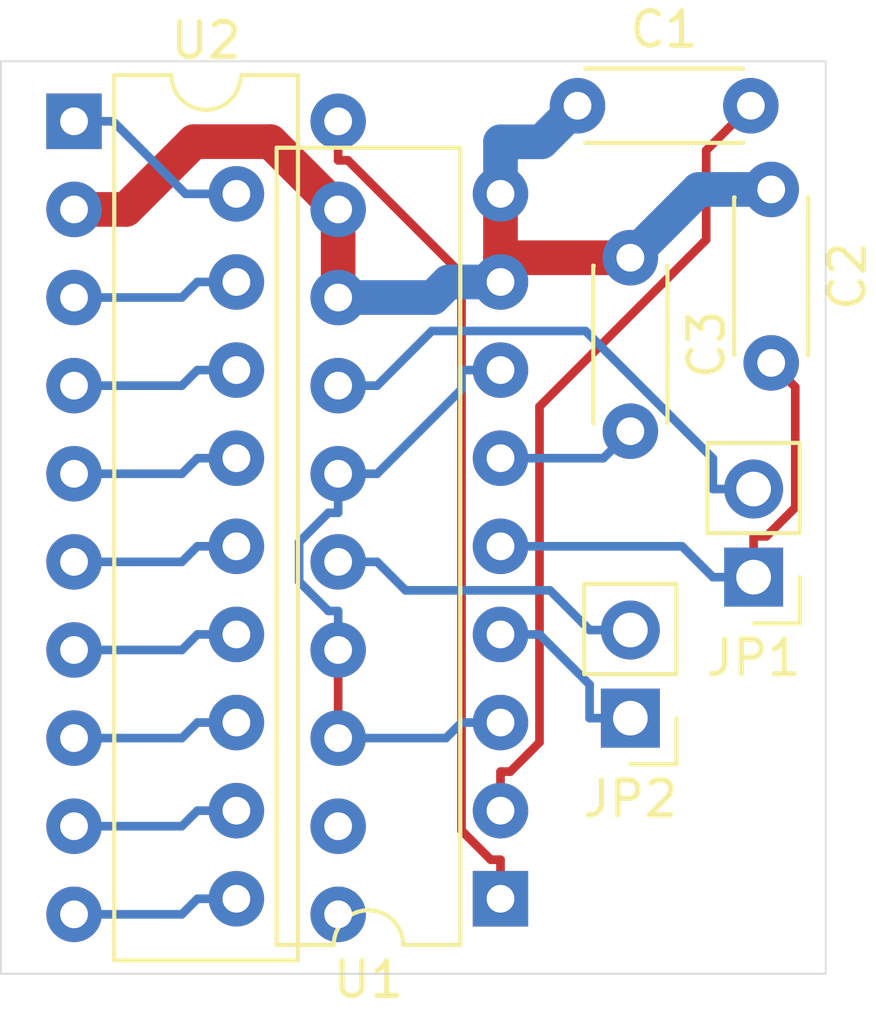
<source format=kicad_pcb>
(kicad_pcb (version 20171130) (host pcbnew "(5.1.5)-3")

  (general
    (thickness 1.6)
    (drawings 4)
    (tracks 98)
    (zones 0)
    (modules 7)
    (nets 19)
  )

  (page A4)
  (layers
    (0 F.Cu signal)
    (31 B.Cu signal)
    (32 B.Adhes user)
    (33 F.Adhes user)
    (34 B.Paste user)
    (35 F.Paste user)
    (36 B.SilkS user)
    (37 F.SilkS user)
    (38 B.Mask user)
    (39 F.Mask user)
    (40 Dwgs.User user)
    (41 Cmts.User user)
    (42 Eco1.User user)
    (43 Eco2.User user)
    (44 Edge.Cuts user)
    (45 Margin user)
    (46 B.CrtYd user)
    (47 F.CrtYd user)
    (48 B.Fab user)
    (49 F.Fab user)
  )

  (setup
    (last_trace_width 0.25)
    (trace_clearance 0.2)
    (zone_clearance 0.508)
    (zone_45_only no)
    (trace_min 0.2)
    (via_size 0.8)
    (via_drill 0.4)
    (via_min_size 0.4)
    (via_min_drill 0.3)
    (uvia_size 0.3)
    (uvia_drill 0.1)
    (uvias_allowed no)
    (uvia_min_size 0.2)
    (uvia_min_drill 0.1)
    (edge_width 0.05)
    (segment_width 0.2)
    (pcb_text_width 0.3)
    (pcb_text_size 1.5 1.5)
    (mod_edge_width 0.12)
    (mod_text_size 1 1)
    (mod_text_width 0.15)
    (pad_size 1.524 1.524)
    (pad_drill 0.762)
    (pad_to_mask_clearance 0.051)
    (solder_mask_min_width 0.25)
    (aux_axis_origin 0 0)
    (visible_elements 7FFFFFFF)
    (pcbplotparams
      (layerselection 0x010fc_ffffffff)
      (usegerberextensions false)
      (usegerberattributes false)
      (usegerberadvancedattributes false)
      (creategerberjobfile false)
      (excludeedgelayer true)
      (linewidth 0.100000)
      (plotframeref false)
      (viasonmask false)
      (mode 1)
      (useauxorigin false)
      (hpglpennumber 1)
      (hpglpenspeed 20)
      (hpglpendiameter 15.000000)
      (psnegative false)
      (psa4output false)
      (plotreference true)
      (plotvalue true)
      (plotinvisibletext false)
      (padsonsilk false)
      (subtractmaskfromsilk false)
      (outputformat 1)
      (mirror false)
      (drillshape 1)
      (scaleselection 1)
      (outputdirectory ""))
  )

  (net 0 "")
  (net 1 "Net-(JP1-Pad2)")
  (net 2 "Net-(U1-Pad16)")
  (net 3 "Net-(U1-Pad15)")
  (net 4 "Net-(U1-Pad14)")
  (net 5 "Net-(U1-Pad13)")
  (net 6 "Net-(U1-Pad12)")
  (net 7 "Net-(U1-Pad11)")
  (net 8 "Net-(U1-Pad10)")
  (net 9 +5VA)
  (net 10 +5V)
  (net 11 "Net-(U1-Pad18)")
  (net 12 "Net-(U1-Pad17)")
  (net 13 "Net-(C2-Pad2)")
  (net 14 "Net-(JP2-Pad2)")
  (net 15 "Net-(JP2-Pad1)")
  (net 16 "Net-(C1-Pad2)")
  (net 17 "Net-(C3-Pad2)")
  (net 18 GND)

  (net_class Default "This is the default net class."
    (clearance 0.2)
    (trace_width 0.25)
    (via_dia 0.8)
    (via_drill 0.4)
    (uvia_dia 0.3)
    (uvia_drill 0.1)
    (add_net "Net-(C1-Pad2)")
    (add_net "Net-(C2-Pad2)")
    (add_net "Net-(C3-Pad2)")
    (add_net "Net-(JP1-Pad2)")
    (add_net "Net-(JP2-Pad1)")
    (add_net "Net-(JP2-Pad2)")
    (add_net "Net-(U1-Pad10)")
    (add_net "Net-(U1-Pad11)")
    (add_net "Net-(U1-Pad12)")
    (add_net "Net-(U1-Pad13)")
    (add_net "Net-(U1-Pad14)")
    (add_net "Net-(U1-Pad15)")
    (add_net "Net-(U1-Pad16)")
    (add_net "Net-(U1-Pad17)")
    (add_net "Net-(U1-Pad18)")
  )

  (net_class power ""
    (clearance 0.25)
    (trace_width 1)
    (via_dia 1.5)
    (via_drill 0.7)
    (uvia_dia 0.3)
    (uvia_drill 0.1)
    (add_net +5V)
    (add_net +5VA)
    (add_net GND)
  )

  (module Capacitor_THT:C_Disc_D4.3mm_W1.9mm_P5.00mm (layer F.Cu) (tedit 5AE50EF0) (tstamp 63A21EA1)
    (at 134.366 77.6605 270)
    (descr "C, Disc series, Radial, pin pitch=5.00mm, , diameter*width=4.3*1.9mm^2, Capacitor, http://www.vishay.com/docs/45233/krseries.pdf")
    (tags "C Disc series Radial pin pitch 5.00mm  diameter 4.3mm width 1.9mm Capacitor")
    (path /63A40B5E)
    (fp_text reference C3 (at 2.5 -2.2 90) (layer F.SilkS)
      (effects (font (size 1 1) (thickness 0.15)))
    )
    (fp_text value 0,1uf (at 2.5 2.2 90) (layer F.Fab)
      (effects (font (size 1 1) (thickness 0.15)))
    )
    (fp_text user %R (at 2.4765 -0.127 90) (layer F.Fab)
      (effects (font (size 0.86 0.86) (thickness 0.129)))
    )
    (fp_line (start 6.05 -1.2) (end -1.05 -1.2) (layer F.CrtYd) (width 0.05))
    (fp_line (start 6.05 1.2) (end 6.05 -1.2) (layer F.CrtYd) (width 0.05))
    (fp_line (start -1.05 1.2) (end 6.05 1.2) (layer F.CrtYd) (width 0.05))
    (fp_line (start -1.05 -1.2) (end -1.05 1.2) (layer F.CrtYd) (width 0.05))
    (fp_line (start 4.77 1.055) (end 4.77 1.07) (layer F.SilkS) (width 0.12))
    (fp_line (start 4.77 -1.07) (end 4.77 -1.055) (layer F.SilkS) (width 0.12))
    (fp_line (start 0.23 1.055) (end 0.23 1.07) (layer F.SilkS) (width 0.12))
    (fp_line (start 0.23 -1.07) (end 0.23 -1.055) (layer F.SilkS) (width 0.12))
    (fp_line (start 0.23 1.07) (end 4.77 1.07) (layer F.SilkS) (width 0.12))
    (fp_line (start 0.23 -1.07) (end 4.77 -1.07) (layer F.SilkS) (width 0.12))
    (fp_line (start 4.65 -0.95) (end 0.35 -0.95) (layer F.Fab) (width 0.1))
    (fp_line (start 4.65 0.95) (end 4.65 -0.95) (layer F.Fab) (width 0.1))
    (fp_line (start 0.35 0.95) (end 4.65 0.95) (layer F.Fab) (width 0.1))
    (fp_line (start 0.35 -0.95) (end 0.35 0.95) (layer F.Fab) (width 0.1))
    (pad 2 thru_hole circle (at 5 0 270) (size 1.6 1.6) (drill 0.8) (layers *.Cu *.Mask)
      (net 17 "Net-(C3-Pad2)"))
    (pad 1 thru_hole circle (at 0 0 270) (size 1.6 1.6) (drill 0.8) (layers *.Cu *.Mask)
      (net 18 GND))
    (model ${KISYS3DMOD}/Capacitor_THT.3dshapes/C_Disc_D4.3mm_W1.9mm_P5.00mm.wrl
      (at (xyz 0 0 0))
      (scale (xyz 1 1 1))
      (rotate (xyz 0 0 0))
    )
  )

  (module Capacitor_THT:C_Disc_D4.3mm_W1.9mm_P5.00mm (layer F.Cu) (tedit 5AE50EF0) (tstamp 63A21E8C)
    (at 138.43 75.692 270)
    (descr "C, Disc series, Radial, pin pitch=5.00mm, , diameter*width=4.3*1.9mm^2, Capacitor, http://www.vishay.com/docs/45233/krseries.pdf")
    (tags "C Disc series Radial pin pitch 5.00mm  diameter 4.3mm width 1.9mm Capacitor")
    (path /63A42737)
    (fp_text reference C2 (at 2.5 -2.2 90) (layer F.SilkS)
      (effects (font (size 1 1) (thickness 0.15)))
    )
    (fp_text value 0,1uf (at 2.5 2.2 90) (layer F.Fab)
      (effects (font (size 1 1) (thickness 0.15)))
    )
    (fp_text user %R (at 2.5 0 90) (layer F.Fab)
      (effects (font (size 0.86 0.86) (thickness 0.129)))
    )
    (fp_line (start 6.05 -1.2) (end -1.05 -1.2) (layer F.CrtYd) (width 0.05))
    (fp_line (start 6.05 1.2) (end 6.05 -1.2) (layer F.CrtYd) (width 0.05))
    (fp_line (start -1.05 1.2) (end 6.05 1.2) (layer F.CrtYd) (width 0.05))
    (fp_line (start -1.05 -1.2) (end -1.05 1.2) (layer F.CrtYd) (width 0.05))
    (fp_line (start 4.77 1.055) (end 4.77 1.07) (layer F.SilkS) (width 0.12))
    (fp_line (start 4.77 -1.07) (end 4.77 -1.055) (layer F.SilkS) (width 0.12))
    (fp_line (start 0.23 1.055) (end 0.23 1.07) (layer F.SilkS) (width 0.12))
    (fp_line (start 0.23 -1.07) (end 0.23 -1.055) (layer F.SilkS) (width 0.12))
    (fp_line (start 0.23 1.07) (end 4.77 1.07) (layer F.SilkS) (width 0.12))
    (fp_line (start 0.23 -1.07) (end 4.77 -1.07) (layer F.SilkS) (width 0.12))
    (fp_line (start 4.65 -0.95) (end 0.35 -0.95) (layer F.Fab) (width 0.1))
    (fp_line (start 4.65 0.95) (end 4.65 -0.95) (layer F.Fab) (width 0.1))
    (fp_line (start 0.35 0.95) (end 4.65 0.95) (layer F.Fab) (width 0.1))
    (fp_line (start 0.35 -0.95) (end 0.35 0.95) (layer F.Fab) (width 0.1))
    (pad 2 thru_hole circle (at 5 0 270) (size 1.6 1.6) (drill 0.8) (layers *.Cu *.Mask)
      (net 13 "Net-(C2-Pad2)"))
    (pad 1 thru_hole circle (at 0 0 270) (size 1.6 1.6) (drill 0.8) (layers *.Cu *.Mask)
      (net 18 GND))
    (model ${KISYS3DMOD}/Capacitor_THT.3dshapes/C_Disc_D4.3mm_W1.9mm_P5.00mm.wrl
      (at (xyz 0 0 0))
      (scale (xyz 1 1 1))
      (rotate (xyz 0 0 0))
    )
  )

  (module Capacitor_THT:C_Disc_D4.3mm_W1.9mm_P5.00mm (layer F.Cu) (tedit 5AE50EF0) (tstamp 63A21E77)
    (at 132.842 73.279)
    (descr "C, Disc series, Radial, pin pitch=5.00mm, , diameter*width=4.3*1.9mm^2, Capacitor, http://www.vishay.com/docs/45233/krseries.pdf")
    (tags "C Disc series Radial pin pitch 5.00mm  diameter 4.3mm width 1.9mm Capacitor")
    (path /63A3BF44)
    (fp_text reference C1 (at 2.5 -2.2) (layer F.SilkS)
      (effects (font (size 1 1) (thickness 0.15)))
    )
    (fp_text value 0,1uf (at 2.5 2.2) (layer F.Fab)
      (effects (font (size 1 1) (thickness 0.15)))
    )
    (fp_text user %R (at 2.5 0) (layer F.Fab)
      (effects (font (size 0.86 0.86) (thickness 0.129)))
    )
    (fp_line (start 6.05 -1.2) (end -1.05 -1.2) (layer F.CrtYd) (width 0.05))
    (fp_line (start 6.05 1.2) (end 6.05 -1.2) (layer F.CrtYd) (width 0.05))
    (fp_line (start -1.05 1.2) (end 6.05 1.2) (layer F.CrtYd) (width 0.05))
    (fp_line (start -1.05 -1.2) (end -1.05 1.2) (layer F.CrtYd) (width 0.05))
    (fp_line (start 4.77 1.055) (end 4.77 1.07) (layer F.SilkS) (width 0.12))
    (fp_line (start 4.77 -1.07) (end 4.77 -1.055) (layer F.SilkS) (width 0.12))
    (fp_line (start 0.23 1.055) (end 0.23 1.07) (layer F.SilkS) (width 0.12))
    (fp_line (start 0.23 -1.07) (end 0.23 -1.055) (layer F.SilkS) (width 0.12))
    (fp_line (start 0.23 1.07) (end 4.77 1.07) (layer F.SilkS) (width 0.12))
    (fp_line (start 0.23 -1.07) (end 4.77 -1.07) (layer F.SilkS) (width 0.12))
    (fp_line (start 4.65 -0.95) (end 0.35 -0.95) (layer F.Fab) (width 0.1))
    (fp_line (start 4.65 0.95) (end 4.65 -0.95) (layer F.Fab) (width 0.1))
    (fp_line (start 0.35 0.95) (end 4.65 0.95) (layer F.Fab) (width 0.1))
    (fp_line (start 0.35 -0.95) (end 0.35 0.95) (layer F.Fab) (width 0.1))
    (pad 2 thru_hole circle (at 5 0) (size 1.6 1.6) (drill 0.8) (layers *.Cu *.Mask)
      (net 16 "Net-(C1-Pad2)"))
    (pad 1 thru_hole circle (at 0 0) (size 1.6 1.6) (drill 0.8) (layers *.Cu *.Mask)
      (net 18 GND))
    (model ${KISYS3DMOD}/Capacitor_THT.3dshapes/C_Disc_D4.3mm_W1.9mm_P5.00mm.wrl
      (at (xyz 0 0 0))
      (scale (xyz 1 1 1))
      (rotate (xyz 0 0 0))
    )
  )

  (module Connector_PinHeader_2.54mm:PinHeader_1x02_P2.54mm_Vertical (layer F.Cu) (tedit 59FED5CC) (tstamp 63A216E9)
    (at 134.366 90.932 180)
    (descr "Through hole straight pin header, 1x02, 2.54mm pitch, single row")
    (tags "Through hole pin header THT 1x02 2.54mm single row")
    (path /63A4CF5F)
    (fp_text reference JP2 (at 0 -2.33) (layer F.SilkS)
      (effects (font (size 1 1) (thickness 0.15)))
    )
    (fp_text value Jumper (at 0 4.87) (layer F.Fab)
      (effects (font (size 1 1) (thickness 0.15)))
    )
    (fp_text user %R (at 0 1.27 90) (layer F.Fab)
      (effects (font (size 1 1) (thickness 0.15)))
    )
    (fp_line (start 1.8 -1.8) (end -1.8 -1.8) (layer F.CrtYd) (width 0.05))
    (fp_line (start 1.8 4.35) (end 1.8 -1.8) (layer F.CrtYd) (width 0.05))
    (fp_line (start -1.8 4.35) (end 1.8 4.35) (layer F.CrtYd) (width 0.05))
    (fp_line (start -1.8 -1.8) (end -1.8 4.35) (layer F.CrtYd) (width 0.05))
    (fp_line (start -1.33 -1.33) (end 0 -1.33) (layer F.SilkS) (width 0.12))
    (fp_line (start -1.33 0) (end -1.33 -1.33) (layer F.SilkS) (width 0.12))
    (fp_line (start -1.33 1.27) (end 1.33 1.27) (layer F.SilkS) (width 0.12))
    (fp_line (start 1.33 1.27) (end 1.33 3.87) (layer F.SilkS) (width 0.12))
    (fp_line (start -1.33 1.27) (end -1.33 3.87) (layer F.SilkS) (width 0.12))
    (fp_line (start -1.33 3.87) (end 1.33 3.87) (layer F.SilkS) (width 0.12))
    (fp_line (start -1.27 -0.635) (end -0.635 -1.27) (layer F.Fab) (width 0.1))
    (fp_line (start -1.27 3.81) (end -1.27 -0.635) (layer F.Fab) (width 0.1))
    (fp_line (start 1.27 3.81) (end -1.27 3.81) (layer F.Fab) (width 0.1))
    (fp_line (start 1.27 -1.27) (end 1.27 3.81) (layer F.Fab) (width 0.1))
    (fp_line (start -0.635 -1.27) (end 1.27 -1.27) (layer F.Fab) (width 0.1))
    (pad 2 thru_hole oval (at 0 2.54 180) (size 1.7 1.7) (drill 1) (layers *.Cu *.Mask)
      (net 14 "Net-(JP2-Pad2)"))
    (pad 1 thru_hole rect (at 0 0 180) (size 1.7 1.7) (drill 1) (layers *.Cu *.Mask)
      (net 15 "Net-(JP2-Pad1)"))
    (model ${KISYS3DMOD}/Connector_PinHeader_2.54mm.3dshapes/PinHeader_1x02_P2.54mm_Vertical.wrl
      (at (xyz 0 0 0))
      (scale (xyz 1 1 1))
      (rotate (xyz 0 0 0))
    )
  )

  (module Package_DIP:DIP-18_W7.62mm (layer F.Cu) (tedit 5A02E8C5) (tstamp 63A20BAC)
    (at 130.62 96.139 180)
    (descr "18-lead though-hole mounted DIP package, row spacing 7.62 mm (300 mils)")
    (tags "THT DIP DIL PDIP 2.54mm 7.62mm 300mil")
    (path /63A27041)
    (fp_text reference U1 (at 3.81 -2.33) (layer F.SilkS)
      (effects (font (size 1 1) (thickness 0.15)))
    )
    (fp_text value HA19510_DIP (at 3.81 22.65) (layer F.Fab)
      (effects (font (size 1 1) (thickness 0.15)))
    )
    (fp_text user %R (at 3.81 10.16) (layer F.Fab)
      (effects (font (size 1 1) (thickness 0.15)))
    )
    (fp_line (start 8.7 -1.55) (end -1.1 -1.55) (layer F.CrtYd) (width 0.05))
    (fp_line (start 8.7 21.85) (end 8.7 -1.55) (layer F.CrtYd) (width 0.05))
    (fp_line (start -1.1 21.85) (end 8.7 21.85) (layer F.CrtYd) (width 0.05))
    (fp_line (start -1.1 -1.55) (end -1.1 21.85) (layer F.CrtYd) (width 0.05))
    (fp_line (start 6.46 -1.33) (end 4.81 -1.33) (layer F.SilkS) (width 0.12))
    (fp_line (start 6.46 21.65) (end 6.46 -1.33) (layer F.SilkS) (width 0.12))
    (fp_line (start 1.16 21.65) (end 6.46 21.65) (layer F.SilkS) (width 0.12))
    (fp_line (start 1.16 -1.33) (end 1.16 21.65) (layer F.SilkS) (width 0.12))
    (fp_line (start 2.81 -1.33) (end 1.16 -1.33) (layer F.SilkS) (width 0.12))
    (fp_line (start 0.635 -0.27) (end 1.635 -1.27) (layer F.Fab) (width 0.1))
    (fp_line (start 0.635 21.59) (end 0.635 -0.27) (layer F.Fab) (width 0.1))
    (fp_line (start 6.985 21.59) (end 0.635 21.59) (layer F.Fab) (width 0.1))
    (fp_line (start 6.985 -1.27) (end 6.985 21.59) (layer F.Fab) (width 0.1))
    (fp_line (start 1.635 -1.27) (end 6.985 -1.27) (layer F.Fab) (width 0.1))
    (fp_arc (start 3.81 -1.33) (end 2.81 -1.33) (angle -180) (layer F.SilkS) (width 0.12))
    (pad 18 thru_hole oval (at 7.62 0 180) (size 1.6 1.6) (drill 0.8) (layers *.Cu *.Mask)
      (net 11 "Net-(U1-Pad18)"))
    (pad 9 thru_hole oval (at 0 20.32 180) (size 1.6 1.6) (drill 0.8) (layers *.Cu *.Mask)
      (net 18 GND))
    (pad 17 thru_hole oval (at 7.62 2.54 180) (size 1.6 1.6) (drill 0.8) (layers *.Cu *.Mask)
      (net 12 "Net-(U1-Pad17)"))
    (pad 8 thru_hole oval (at 0 17.78 180) (size 1.6 1.6) (drill 0.8) (layers *.Cu *.Mask)
      (net 18 GND))
    (pad 16 thru_hole oval (at 7.62 5.08 180) (size 1.6 1.6) (drill 0.8) (layers *.Cu *.Mask)
      (net 2 "Net-(U1-Pad16)"))
    (pad 7 thru_hole oval (at 0 15.24 180) (size 1.6 1.6) (drill 0.8) (layers *.Cu *.Mask)
      (net 9 +5VA))
    (pad 15 thru_hole oval (at 7.62 7.62 180) (size 1.6 1.6) (drill 0.8) (layers *.Cu *.Mask)
      (net 3 "Net-(U1-Pad15)"))
    (pad 6 thru_hole oval (at 0 12.7 180) (size 1.6 1.6) (drill 0.8) (layers *.Cu *.Mask)
      (net 17 "Net-(C3-Pad2)"))
    (pad 14 thru_hole oval (at 7.62 10.16 180) (size 1.6 1.6) (drill 0.8) (layers *.Cu *.Mask)
      (net 4 "Net-(U1-Pad14)"))
    (pad 5 thru_hole oval (at 0 10.16 180) (size 1.6 1.6) (drill 0.8) (layers *.Cu *.Mask)
      (net 13 "Net-(C2-Pad2)"))
    (pad 13 thru_hole oval (at 7.62 12.7 180) (size 1.6 1.6) (drill 0.8) (layers *.Cu *.Mask)
      (net 5 "Net-(U1-Pad13)"))
    (pad 4 thru_hole oval (at 0 7.62 180) (size 1.6 1.6) (drill 0.8) (layers *.Cu *.Mask)
      (net 15 "Net-(JP2-Pad1)"))
    (pad 12 thru_hole oval (at 7.62 15.24 180) (size 1.6 1.6) (drill 0.8) (layers *.Cu *.Mask)
      (net 6 "Net-(U1-Pad12)"))
    (pad 3 thru_hole oval (at 0 5.08 180) (size 1.6 1.6) (drill 0.8) (layers *.Cu *.Mask)
      (net 9 +5VA))
    (pad 11 thru_hole oval (at 7.62 17.78 180) (size 1.6 1.6) (drill 0.8) (layers *.Cu *.Mask)
      (net 7 "Net-(U1-Pad11)"))
    (pad 2 thru_hole oval (at 0 2.54 180) (size 1.6 1.6) (drill 0.8) (layers *.Cu *.Mask)
      (net 16 "Net-(C1-Pad2)"))
    (pad 10 thru_hole oval (at 7.62 20.32 180) (size 1.6 1.6) (drill 0.8) (layers *.Cu *.Mask)
      (net 8 "Net-(U1-Pad10)"))
    (pad 1 thru_hole rect (at 0 0 180) (size 1.6 1.6) (drill 0.8) (layers *.Cu *.Mask)
      (net 10 +5V))
    (model ${KISYS3DMOD}/Package_DIP.3dshapes/DIP-18_W7.62mm.wrl
      (at (xyz 0 0 0))
      (scale (xyz 1 1 1))
      (rotate (xyz 0 0 0))
    )
  )

  (module Package_DIP:DIP-20_W7.62mm (layer F.Cu) (tedit 5A02E8C5) (tstamp 63A20BD4)
    (at 118.316 73.7275)
    (descr "20-lead though-hole mounted DIP package, row spacing 7.62 mm (300 mils)")
    (tags "THT DIP DIL PDIP 2.54mm 7.62mm 300mil")
    (path /63A27603)
    (fp_text reference U2 (at 3.81 -2.33) (layer F.SilkS)
      (effects (font (size 1 1) (thickness 0.15)))
    )
    (fp_text value IR3K07_DIP (at 3.81 25.19) (layer F.Fab)
      (effects (font (size 1 1) (thickness 0.15)))
    )
    (fp_text user %R (at 3.81 11.43) (layer F.Fab)
      (effects (font (size 1 1) (thickness 0.15)))
    )
    (fp_line (start 8.7 -1.55) (end -1.1 -1.55) (layer F.CrtYd) (width 0.05))
    (fp_line (start 8.7 24.4) (end 8.7 -1.55) (layer F.CrtYd) (width 0.05))
    (fp_line (start -1.1 24.4) (end 8.7 24.4) (layer F.CrtYd) (width 0.05))
    (fp_line (start -1.1 -1.55) (end -1.1 24.4) (layer F.CrtYd) (width 0.05))
    (fp_line (start 6.46 -1.33) (end 4.81 -1.33) (layer F.SilkS) (width 0.12))
    (fp_line (start 6.46 24.19) (end 6.46 -1.33) (layer F.SilkS) (width 0.12))
    (fp_line (start 1.16 24.19) (end 6.46 24.19) (layer F.SilkS) (width 0.12))
    (fp_line (start 1.16 -1.33) (end 1.16 24.19) (layer F.SilkS) (width 0.12))
    (fp_line (start 2.81 -1.33) (end 1.16 -1.33) (layer F.SilkS) (width 0.12))
    (fp_line (start 0.635 -0.27) (end 1.635 -1.27) (layer F.Fab) (width 0.1))
    (fp_line (start 0.635 24.13) (end 0.635 -0.27) (layer F.Fab) (width 0.1))
    (fp_line (start 6.985 24.13) (end 0.635 24.13) (layer F.Fab) (width 0.1))
    (fp_line (start 6.985 -1.27) (end 6.985 24.13) (layer F.Fab) (width 0.1))
    (fp_line (start 1.635 -1.27) (end 6.985 -1.27) (layer F.Fab) (width 0.1))
    (fp_arc (start 3.81 -1.33) (end 2.81 -1.33) (angle -180) (layer F.SilkS) (width 0.12))
    (pad 20 thru_hole oval (at 7.62 0) (size 1.6 1.6) (drill 0.8) (layers *.Cu *.Mask)
      (net 10 +5V))
    (pad 10 thru_hole oval (at 0 22.86) (size 1.6 1.6) (drill 0.8) (layers *.Cu *.Mask)
      (net 11 "Net-(U1-Pad18)"))
    (pad 19 thru_hole oval (at 7.62 2.54) (size 1.6 1.6) (drill 0.8) (layers *.Cu *.Mask)
      (net 18 GND))
    (pad 9 thru_hole oval (at 0 20.32) (size 1.6 1.6) (drill 0.8) (layers *.Cu *.Mask)
      (net 12 "Net-(U1-Pad17)"))
    (pad 18 thru_hole oval (at 7.62 5.08) (size 1.6 1.6) (drill 0.8) (layers *.Cu *.Mask)
      (net 18 GND))
    (pad 8 thru_hole oval (at 0 17.78) (size 1.6 1.6) (drill 0.8) (layers *.Cu *.Mask)
      (net 2 "Net-(U1-Pad16)"))
    (pad 17 thru_hole oval (at 7.62 7.62) (size 1.6 1.6) (drill 0.8) (layers *.Cu *.Mask)
      (net 1 "Net-(JP1-Pad2)"))
    (pad 7 thru_hole oval (at 0 15.24) (size 1.6 1.6) (drill 0.8) (layers *.Cu *.Mask)
      (net 3 "Net-(U1-Pad15)"))
    (pad 16 thru_hole oval (at 7.62 10.16) (size 1.6 1.6) (drill 0.8) (layers *.Cu *.Mask)
      (net 9 +5VA))
    (pad 6 thru_hole oval (at 0 12.7) (size 1.6 1.6) (drill 0.8) (layers *.Cu *.Mask)
      (net 4 "Net-(U1-Pad14)"))
    (pad 15 thru_hole oval (at 7.62 12.7) (size 1.6 1.6) (drill 0.8) (layers *.Cu *.Mask)
      (net 14 "Net-(JP2-Pad2)"))
    (pad 5 thru_hole oval (at 0 10.16) (size 1.6 1.6) (drill 0.8) (layers *.Cu *.Mask)
      (net 5 "Net-(U1-Pad13)"))
    (pad 14 thru_hole oval (at 7.62 15.24) (size 1.6 1.6) (drill 0.8) (layers *.Cu *.Mask)
      (net 9 +5VA))
    (pad 4 thru_hole oval (at 0 7.62) (size 1.6 1.6) (drill 0.8) (layers *.Cu *.Mask)
      (net 6 "Net-(U1-Pad12)"))
    (pad 13 thru_hole oval (at 7.62 17.78) (size 1.6 1.6) (drill 0.8) (layers *.Cu *.Mask)
      (net 9 +5VA))
    (pad 3 thru_hole oval (at 0 5.08) (size 1.6 1.6) (drill 0.8) (layers *.Cu *.Mask)
      (net 7 "Net-(U1-Pad11)"))
    (pad 12 thru_hole oval (at 7.62 20.32) (size 1.6 1.6) (drill 0.8) (layers *.Cu *.Mask))
    (pad 2 thru_hole oval (at 0 2.54) (size 1.6 1.6) (drill 0.8) (layers *.Cu *.Mask)
      (net 18 GND))
    (pad 11 thru_hole oval (at 7.62 22.86) (size 1.6 1.6) (drill 0.8) (layers *.Cu *.Mask))
    (pad 1 thru_hole rect (at 0 0) (size 1.6 1.6) (drill 0.8) (layers *.Cu *.Mask)
      (net 8 "Net-(U1-Pad10)"))
    (model ${KISYS3DMOD}/Package_DIP.3dshapes/DIP-20_W7.62mm.wrl
      (at (xyz 0 0 0))
      (scale (xyz 1 1 1))
      (rotate (xyz 0 0 0))
    )
  )

  (module Connector_PinHeader_2.54mm:PinHeader_1x02_P2.54mm_Vertical (layer F.Cu) (tedit 59FED5CC) (tstamp 63A20B88)
    (at 137.922 86.868 180)
    (descr "Through hole straight pin header, 1x02, 2.54mm pitch, single row")
    (tags "Through hole pin header THT 1x02 2.54mm single row")
    (path /63A3351F)
    (fp_text reference JP1 (at 0 -2.33) (layer F.SilkS)
      (effects (font (size 1 1) (thickness 0.15)))
    )
    (fp_text value Jumper (at 0 4.87) (layer F.Fab)
      (effects (font (size 1 1) (thickness 0.15)))
    )
    (fp_text user %R (at 0 1.27 90) (layer F.Fab)
      (effects (font (size 1 1) (thickness 0.15)))
    )
    (fp_line (start 1.8 -1.8) (end -1.8 -1.8) (layer F.CrtYd) (width 0.05))
    (fp_line (start 1.8 4.35) (end 1.8 -1.8) (layer F.CrtYd) (width 0.05))
    (fp_line (start -1.8 4.35) (end 1.8 4.35) (layer F.CrtYd) (width 0.05))
    (fp_line (start -1.8 -1.8) (end -1.8 4.35) (layer F.CrtYd) (width 0.05))
    (fp_line (start -1.33 -1.33) (end 0 -1.33) (layer F.SilkS) (width 0.12))
    (fp_line (start -1.33 0) (end -1.33 -1.33) (layer F.SilkS) (width 0.12))
    (fp_line (start -1.33 1.27) (end 1.33 1.27) (layer F.SilkS) (width 0.12))
    (fp_line (start 1.33 1.27) (end 1.33 3.87) (layer F.SilkS) (width 0.12))
    (fp_line (start -1.33 1.27) (end -1.33 3.87) (layer F.SilkS) (width 0.12))
    (fp_line (start -1.33 3.87) (end 1.33 3.87) (layer F.SilkS) (width 0.12))
    (fp_line (start -1.27 -0.635) (end -0.635 -1.27) (layer F.Fab) (width 0.1))
    (fp_line (start -1.27 3.81) (end -1.27 -0.635) (layer F.Fab) (width 0.1))
    (fp_line (start 1.27 3.81) (end -1.27 3.81) (layer F.Fab) (width 0.1))
    (fp_line (start 1.27 -1.27) (end 1.27 3.81) (layer F.Fab) (width 0.1))
    (fp_line (start -0.635 -1.27) (end 1.27 -1.27) (layer F.Fab) (width 0.1))
    (pad 2 thru_hole oval (at 0 2.54 180) (size 1.7 1.7) (drill 1) (layers *.Cu *.Mask)
      (net 1 "Net-(JP1-Pad2)"))
    (pad 1 thru_hole rect (at 0 0 180) (size 1.7 1.7) (drill 1) (layers *.Cu *.Mask)
      (net 13 "Net-(C2-Pad2)"))
    (model ${KISYS3DMOD}/Connector_PinHeader_2.54mm.3dshapes/PinHeader_1x02_P2.54mm_Vertical.wrl
      (at (xyz 0 0 0))
      (scale (xyz 1 1 1))
      (rotate (xyz 0 0 0))
    )
  )

  (gr_line (start 116.205 98.3) (end 116.205 72) (layer Edge.Cuts) (width 0.05))
  (gr_line (start 140 98.3) (end 116.205 98.3) (layer Edge.Cuts) (width 0.05))
  (gr_line (start 140 72) (end 140 98.3) (layer Edge.Cuts) (width 0.05))
  (gr_line (start 116.205 72) (end 140 72) (layer Edge.Cuts) (width 0.05))

  (segment (start 137.922 84.328) (end 136.7467 84.328) (width 0.25) (layer B.Cu) (net 1))
  (segment (start 125.936 81.3475) (end 127.0613 81.3475) (width 0.25) (layer B.Cu) (net 1))
  (segment (start 127.0613 81.3475) (end 128.6377 79.7711) (width 0.25) (layer B.Cu) (net 1))
  (segment (start 128.6377 79.7711) (end 133.0713 79.7711) (width 0.25) (layer B.Cu) (net 1))
  (segment (start 133.0713 79.7711) (end 136.7467 83.4465) (width 0.25) (layer B.Cu) (net 1))
  (segment (start 136.7467 83.4465) (end 136.7467 84.328) (width 0.25) (layer B.Cu) (net 1))
  (segment (start 123 91.059) (end 121.8747 91.059) (width 0.25) (layer B.Cu) (net 2))
  (segment (start 118.316 91.5075) (end 121.4262 91.5075) (width 0.25) (layer B.Cu) (net 2))
  (segment (start 121.4262 91.5075) (end 121.8747 91.059) (width 0.25) (layer B.Cu) (net 2))
  (segment (start 123 88.519) (end 121.8747 88.519) (width 0.25) (layer B.Cu) (net 3))
  (segment (start 118.316 88.9675) (end 121.4262 88.9675) (width 0.25) (layer B.Cu) (net 3))
  (segment (start 121.4262 88.9675) (end 121.8747 88.519) (width 0.25) (layer B.Cu) (net 3))
  (segment (start 123 85.979) (end 121.8747 85.979) (width 0.25) (layer B.Cu) (net 4))
  (segment (start 118.316 86.4275) (end 121.4262 86.4275) (width 0.25) (layer B.Cu) (net 4))
  (segment (start 121.4262 86.4275) (end 121.8747 85.979) (width 0.25) (layer B.Cu) (net 4))
  (segment (start 123 83.439) (end 121.8747 83.439) (width 0.25) (layer B.Cu) (net 5))
  (segment (start 118.316 83.8875) (end 121.4262 83.8875) (width 0.25) (layer B.Cu) (net 5))
  (segment (start 121.4262 83.8875) (end 121.8747 83.439) (width 0.25) (layer B.Cu) (net 5))
  (segment (start 123 80.899) (end 121.8747 80.899) (width 0.25) (layer B.Cu) (net 6))
  (segment (start 118.316 81.3475) (end 121.4262 81.3475) (width 0.25) (layer B.Cu) (net 6))
  (segment (start 121.4262 81.3475) (end 121.8747 80.899) (width 0.25) (layer B.Cu) (net 6))
  (segment (start 123 78.359) (end 121.8747 78.359) (width 0.25) (layer B.Cu) (net 7))
  (segment (start 118.316 78.8075) (end 121.4262 78.8075) (width 0.25) (layer B.Cu) (net 7))
  (segment (start 121.4262 78.8075) (end 121.8747 78.359) (width 0.25) (layer B.Cu) (net 7))
  (segment (start 118.316 73.7275) (end 119.4413 73.7275) (width 0.25) (layer B.Cu) (net 8))
  (segment (start 119.4413 73.7275) (end 121.5328 75.819) (width 0.25) (layer B.Cu) (net 8))
  (segment (start 121.5328 75.819) (end 123 75.819) (width 0.25) (layer B.Cu) (net 8))
  (segment (start 125.936 83.8875) (end 125.936 85.0128) (width 0.25) (layer B.Cu) (net 9))
  (segment (start 125.936 88.9675) (end 125.936 87.8422) (width 0.25) (layer B.Cu) (net 9))
  (segment (start 125.936 87.8422) (end 125.6547 87.8422) (width 0.25) (layer B.Cu) (net 9))
  (segment (start 125.6547 87.8422) (end 124.8107 86.9982) (width 0.25) (layer B.Cu) (net 9))
  (segment (start 124.8107 86.9982) (end 124.8107 85.8567) (width 0.25) (layer B.Cu) (net 9))
  (segment (start 124.8107 85.8567) (end 125.6546 85.0128) (width 0.25) (layer B.Cu) (net 9))
  (segment (start 125.6546 85.0128) (end 125.936 85.0128) (width 0.25) (layer B.Cu) (net 9))
  (segment (start 130.62 80.899) (end 129.4947 80.899) (width 0.25) (layer B.Cu) (net 9))
  (segment (start 125.936 83.8875) (end 127.0613 83.8875) (width 0.25) (layer B.Cu) (net 9))
  (segment (start 127.0613 83.8875) (end 129.4947 81.4541) (width 0.25) (layer B.Cu) (net 9))
  (segment (start 129.4947 81.4541) (end 129.4947 80.899) (width 0.25) (layer B.Cu) (net 9))
  (segment (start 130.62 91.059) (end 129.4947 91.059) (width 0.25) (layer B.Cu) (net 9))
  (segment (start 125.936 91.5075) (end 129.0462 91.5075) (width 0.25) (layer B.Cu) (net 9))
  (segment (start 129.0462 91.5075) (end 129.4947 91.059) (width 0.25) (layer B.Cu) (net 9))
  (segment (start 125.936 91.5075) (end 125.936 88.9675) (width 0.25) (layer F.Cu) (net 9))
  (segment (start 130.62 96.139) (end 130.62 95.0137) (width 0.25) (layer F.Cu) (net 10))
  (segment (start 125.936 73.7275) (end 125.936 74.8528) (width 0.25) (layer F.Cu) (net 10))
  (segment (start 125.936 74.8528) (end 126.2174 74.8528) (width 0.25) (layer F.Cu) (net 10))
  (segment (start 126.2174 74.8528) (end 129.4947 78.1301) (width 0.25) (layer F.Cu) (net 10))
  (segment (start 129.4947 78.1301) (end 129.4947 94.1698) (width 0.25) (layer F.Cu) (net 10))
  (segment (start 129.4947 94.1698) (end 130.3386 95.0137) (width 0.25) (layer F.Cu) (net 10))
  (segment (start 130.3386 95.0137) (end 130.62 95.0137) (width 0.25) (layer F.Cu) (net 10))
  (segment (start 123 96.139) (end 121.8747 96.139) (width 0.25) (layer B.Cu) (net 11))
  (segment (start 118.316 96.5875) (end 121.4262 96.5875) (width 0.25) (layer B.Cu) (net 11))
  (segment (start 121.4262 96.5875) (end 121.8747 96.139) (width 0.25) (layer B.Cu) (net 11))
  (segment (start 123 93.599) (end 121.8747 93.599) (width 0.25) (layer B.Cu) (net 12))
  (segment (start 118.316 94.0475) (end 121.4262 94.0475) (width 0.25) (layer B.Cu) (net 12))
  (segment (start 121.4262 94.0475) (end 121.8747 93.599) (width 0.25) (layer B.Cu) (net 12))
  (segment (start 137.922 86.868) (end 137.922 85.6927) (width 0.25) (layer F.Cu) (net 13))
  (segment (start 137.922 85.6927) (end 138.2893 85.6927) (width 0.25) (layer F.Cu) (net 13))
  (segment (start 138.2893 85.6927) (end 139.1239 84.8581) (width 0.25) (layer F.Cu) (net 13))
  (segment (start 139.1239 84.8581) (end 139.1239 81.3859) (width 0.25) (layer F.Cu) (net 13))
  (segment (start 139.1239 81.3859) (end 138.43 80.692) (width 0.25) (layer F.Cu) (net 13))
  (segment (start 137.922 86.868) (end 136.7467 86.868) (width 0.25) (layer B.Cu) (net 13))
  (segment (start 130.62 85.979) (end 135.8577 85.979) (width 0.25) (layer B.Cu) (net 13))
  (segment (start 135.8577 85.979) (end 136.7467 86.868) (width 0.25) (layer B.Cu) (net 13))
  (segment (start 134.366 88.392) (end 133.1907 88.392) (width 0.25) (layer B.Cu) (net 14))
  (segment (start 125.936 86.4275) (end 127.0613 86.4275) (width 0.25) (layer B.Cu) (net 14))
  (segment (start 127.0613 86.4275) (end 127.8827 87.2489) (width 0.25) (layer B.Cu) (net 14))
  (segment (start 127.8827 87.2489) (end 132.0476 87.2489) (width 0.25) (layer B.Cu) (net 14))
  (segment (start 132.0476 87.2489) (end 133.1907 88.392) (width 0.25) (layer B.Cu) (net 14))
  (segment (start 134.366 90.932) (end 133.1907 90.932) (width 0.25) (layer B.Cu) (net 15))
  (segment (start 130.62 88.519) (end 131.7453 88.519) (width 0.25) (layer B.Cu) (net 15))
  (segment (start 131.7453 88.519) (end 133.1907 89.9644) (width 0.25) (layer B.Cu) (net 15))
  (segment (start 133.1907 89.9644) (end 133.1907 90.932) (width 0.25) (layer B.Cu) (net 15))
  (segment (start 130.62 93.599) (end 130.62 92.4737) (width 0.25) (layer F.Cu) (net 16))
  (segment (start 130.62 92.4737) (end 130.9014 92.4737) (width 0.25) (layer F.Cu) (net 16))
  (segment (start 130.9014 92.4737) (end 131.7453 91.6298) (width 0.25) (layer F.Cu) (net 16))
  (segment (start 131.7453 91.6298) (end 131.7453 81.9484) (width 0.25) (layer F.Cu) (net 16))
  (segment (start 131.7453 81.9484) (end 136.5544 77.1393) (width 0.25) (layer F.Cu) (net 16))
  (segment (start 136.5544 77.1393) (end 136.5544 74.5666) (width 0.25) (layer F.Cu) (net 16))
  (segment (start 136.5544 74.5666) (end 137.842 73.279) (width 0.25) (layer F.Cu) (net 16))
  (segment (start 130.62 83.439) (end 133.5875 83.439) (width 0.25) (layer B.Cu) (net 17))
  (segment (start 133.5875 83.439) (end 134.366 82.6605) (width 0.25) (layer B.Cu) (net 17))
  (segment (start 130.62 77.6605) (end 130.62 75.819) (width 1) (layer F.Cu) (net 18))
  (segment (start 130.62 78.359) (end 130.62 77.6605) (width 1) (layer F.Cu) (net 18))
  (segment (start 130.62 77.6605) (end 134.366 77.6605) (width 1) (layer F.Cu) (net 18))
  (segment (start 130.62 75.819) (end 130.62 74.3187) (width 1) (layer B.Cu) (net 18))
  (segment (start 130.62 74.3187) (end 131.8023 74.3187) (width 1) (layer B.Cu) (net 18))
  (segment (start 131.8023 74.3187) (end 132.842 73.279) (width 1) (layer B.Cu) (net 18))
  (segment (start 130.62 78.359) (end 129.1197 78.359) (width 1) (layer B.Cu) (net 18))
  (segment (start 125.936 78.8075) (end 128.6712 78.8075) (width 1) (layer B.Cu) (net 18))
  (segment (start 128.6712 78.8075) (end 129.1197 78.359) (width 1) (layer B.Cu) (net 18))
  (segment (start 125.936 76.2675) (end 125.936 77.3072) (width 1) (layer F.Cu) (net 18))
  (segment (start 119.8163 76.2675) (end 121.7694 74.3144) (width 1) (layer F.Cu) (net 18))
  (segment (start 121.7694 74.3144) (end 123.9829 74.3144) (width 1) (layer F.Cu) (net 18))
  (segment (start 123.9829 74.3144) (end 125.936 76.2675) (width 1) (layer F.Cu) (net 18))
  (segment (start 125.936 78.8075) (end 125.936 77.3072) (width 1) (layer F.Cu) (net 18))
  (segment (start 138.43 75.692) (end 136.3345 75.692) (width 1) (layer B.Cu) (net 18))
  (segment (start 136.3345 75.692) (end 134.366 77.6605) (width 1) (layer B.Cu) (net 18))
  (segment (start 118.316 76.2675) (end 119.8163 76.2675) (width 1) (layer F.Cu) (net 18))

)

</source>
